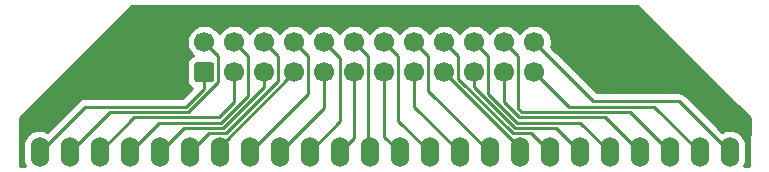
<source format=gtl>
G04 #@! TF.GenerationSoftware,KiCad,Pcbnew,(5.1.10)-1*
G04 #@! TF.CreationDate,2021-10-24T19:08:20-07:00*
G04 #@! TF.ProjectId,Atari130MX-adapter,41746172-6931-4333-904d-582d61646170,rev?*
G04 #@! TF.SameCoordinates,Original*
G04 #@! TF.FileFunction,Copper,L1,Top*
G04 #@! TF.FilePolarity,Positive*
%FSLAX46Y46*%
G04 Gerber Fmt 4.6, Leading zero omitted, Abs format (unit mm)*
G04 Created by KiCad (PCBNEW (5.1.10)-1) date 2021-10-24 19:08:20*
%MOMM*%
%LPD*%
G01*
G04 APERTURE LIST*
G04 #@! TA.AperFunction,ComponentPad*
%ADD10O,1.524000X2.540000*%
G04 #@! TD*
G04 #@! TA.AperFunction,ComponentPad*
%ADD11C,1.700000*%
G04 #@! TD*
G04 #@! TA.AperFunction,ViaPad*
%ADD12C,0.800000*%
G04 #@! TD*
G04 #@! TA.AperFunction,Conductor*
%ADD13C,0.250000*%
G04 #@! TD*
G04 #@! TA.AperFunction,Conductor*
%ADD14C,0.254000*%
G04 #@! TD*
G04 #@! TA.AperFunction,Conductor*
%ADD15C,0.100000*%
G04 #@! TD*
G04 APERTURE END LIST*
D10*
X160820000Y-28040000D03*
X158280000Y-28040000D03*
X155740000Y-28040000D03*
X153200000Y-28040000D03*
X150660000Y-28040000D03*
X148120000Y-28040000D03*
X145580000Y-28040000D03*
X143040000Y-28040000D03*
X140500000Y-28040000D03*
X137960000Y-28040000D03*
X135420000Y-28040000D03*
X132880000Y-28040000D03*
X130340000Y-28040000D03*
X127800000Y-28040000D03*
X125260000Y-28040000D03*
X122720000Y-28040000D03*
X120180000Y-28040000D03*
X117640000Y-28040000D03*
X115100000Y-28040000D03*
X112560000Y-28040000D03*
X110020000Y-28040000D03*
X107480000Y-28040000D03*
X104940000Y-28040000D03*
X102400000Y-28040000D03*
D11*
X144270000Y-18740000D03*
X141730000Y-18740000D03*
X139190000Y-18740000D03*
X136650000Y-18740000D03*
X134110000Y-18740000D03*
X131570000Y-18740000D03*
X129030000Y-18740000D03*
X126490000Y-18740000D03*
X123950000Y-18740000D03*
X121410000Y-18740000D03*
X118870000Y-18740000D03*
X116330000Y-18740000D03*
X144270000Y-21280000D03*
X141730000Y-21280000D03*
X139190000Y-21280000D03*
X136650000Y-21280000D03*
X134110000Y-21280000D03*
X131570000Y-21280000D03*
X129030000Y-21280000D03*
X126490000Y-21280000D03*
X123950000Y-21280000D03*
X121410000Y-21280000D03*
X118870000Y-21280000D03*
G04 #@! TA.AperFunction,ComponentPad*
G36*
G01*
X116930000Y-22130000D02*
X115730000Y-22130000D01*
G75*
G02*
X115480000Y-21880000I0J250000D01*
G01*
X115480000Y-20680000D01*
G75*
G02*
X115730000Y-20430000I250000J0D01*
G01*
X116930000Y-20430000D01*
G75*
G02*
X117180000Y-20680000I0J-250000D01*
G01*
X117180000Y-21880000D01*
G75*
G02*
X116930000Y-22130000I-250000J0D01*
G01*
G37*
G04 #@! TD.AperFunction*
D12*
X109660000Y-22860000D03*
D13*
X144270000Y-18740000D02*
X149274930Y-23744930D01*
X156524930Y-23744930D02*
X160820000Y-28040000D01*
X149274930Y-23744930D02*
X156524930Y-23744930D01*
X144270000Y-21280000D02*
X147184940Y-24194940D01*
X154434940Y-24194940D02*
X158280000Y-28040000D01*
X147184940Y-24194940D02*
X154434940Y-24194940D01*
X142905001Y-24352951D02*
X143197000Y-24644950D01*
X142905001Y-19915001D02*
X142905001Y-24352951D01*
X141730000Y-18740000D02*
X142905001Y-19915001D01*
X152344950Y-24644950D02*
X155740000Y-28040000D01*
X143197000Y-24644950D02*
X152344950Y-24644950D01*
X141730000Y-21280000D02*
X141730000Y-23814360D01*
X141730000Y-23814360D02*
X143010600Y-25094960D01*
X150254960Y-25094960D02*
X153200000Y-28040000D01*
X143010600Y-25094960D02*
X150254960Y-25094960D01*
X140365001Y-19915001D02*
X140365001Y-23085771D01*
X139190000Y-18740000D02*
X140365001Y-19915001D01*
X140365001Y-23085771D02*
X142824200Y-25544970D01*
X148164970Y-25544970D02*
X150660000Y-28040000D01*
X142824200Y-25544970D02*
X148164970Y-25544970D01*
X139190000Y-21280000D02*
X139190000Y-22547180D01*
X139190000Y-22547180D02*
X142637800Y-25994980D01*
X146074980Y-25994980D02*
X148120000Y-28040000D01*
X142637800Y-25994980D02*
X146074980Y-25994980D01*
X137825001Y-19915001D02*
X137825001Y-21818591D01*
X136650000Y-18740000D02*
X137825001Y-19915001D01*
X143984990Y-26444990D02*
X145580000Y-28040000D01*
X142451400Y-26444990D02*
X143984990Y-26444990D01*
X137825001Y-21818591D02*
X142451400Y-26444990D01*
X143040000Y-27670000D02*
X143040000Y-28040000D01*
X136650000Y-21280000D02*
X143040000Y-27670000D01*
X135285001Y-22825001D02*
X140500000Y-28040000D01*
X135285001Y-19915001D02*
X135285001Y-22825001D01*
X134110000Y-18740000D02*
X135285001Y-19915001D01*
X134110000Y-24190000D02*
X137960000Y-28040000D01*
X134110000Y-21280000D02*
X134110000Y-24190000D01*
X132745001Y-25365001D02*
X135420000Y-28040000D01*
X132745001Y-19915001D02*
X132745001Y-25365001D01*
X131570000Y-18740000D02*
X132745001Y-19915001D01*
X131570000Y-26730000D02*
X132880000Y-28040000D01*
X131570000Y-21280000D02*
X131570000Y-26730000D01*
X130205001Y-27905001D02*
X130340000Y-28040000D01*
X130205001Y-19915001D02*
X130205001Y-27905001D01*
X129030000Y-18740000D02*
X130205001Y-19915001D01*
X129030000Y-26810000D02*
X127800000Y-28040000D01*
X129030000Y-21280000D02*
X129030000Y-26810000D01*
X127854999Y-25445001D02*
X125260000Y-28040000D01*
X127854999Y-20104999D02*
X127854999Y-25445001D01*
X126490000Y-18740000D02*
X127854999Y-20104999D01*
X126490000Y-24270000D02*
X122720000Y-28040000D01*
X126490000Y-21280000D02*
X126490000Y-24270000D01*
X125125001Y-23094999D02*
X120180000Y-28040000D01*
X125125001Y-19915001D02*
X125125001Y-23094999D01*
X123950000Y-18740000D02*
X125125001Y-19915001D01*
X117640000Y-27590000D02*
X117640000Y-28040000D01*
X123950000Y-21280000D02*
X117640000Y-27590000D01*
X122585001Y-19915001D02*
X122585001Y-22008589D01*
X121410000Y-18740000D02*
X122585001Y-19915001D01*
X116695010Y-26444990D02*
X115100000Y-28040000D01*
X118148600Y-26444990D02*
X116695010Y-26444990D01*
X122585001Y-22008589D02*
X118148600Y-26444990D01*
X121410000Y-21280000D02*
X121410000Y-22547180D01*
X121410000Y-22547180D02*
X117962200Y-25994980D01*
X114605020Y-25994980D02*
X112560000Y-28040000D01*
X117962200Y-25994980D02*
X114605020Y-25994980D01*
X120045001Y-19915001D02*
X120045001Y-23275769D01*
X118870000Y-18740000D02*
X120045001Y-19915001D01*
X120045001Y-23275769D02*
X117775800Y-25544970D01*
X112515030Y-25544970D02*
X110020000Y-28040000D01*
X117775800Y-25544970D02*
X112515030Y-25544970D01*
X118870000Y-21280000D02*
X118870000Y-23814360D01*
X118870000Y-23814360D02*
X117589400Y-25094960D01*
X110425040Y-25094960D02*
X107480000Y-28040000D01*
X117589400Y-25094960D02*
X110425040Y-25094960D01*
X108335050Y-24644950D02*
X104940000Y-28040000D01*
X114978240Y-24644950D02*
X108335050Y-24644950D01*
X117505010Y-22118180D02*
X114978240Y-24644950D01*
X117505010Y-19915010D02*
X117505010Y-22118180D01*
X116330000Y-18740000D02*
X117505010Y-19915010D01*
X116330000Y-21280000D02*
X116330000Y-22656780D01*
X116330000Y-22656780D02*
X114791840Y-24194940D01*
X106245060Y-24194940D02*
X102400000Y-28040000D01*
X114791840Y-24194940D02*
X106245060Y-24194940D01*
D14*
X162500001Y-25165382D02*
X162500000Y-26551533D01*
X162475058Y-26633756D01*
X162465001Y-26735865D01*
X162465000Y-29250000D01*
X162028814Y-29250000D01*
X162116904Y-29085195D01*
X162196786Y-28821860D01*
X162217000Y-28616625D01*
X162217000Y-27463375D01*
X162196786Y-27258140D01*
X162116904Y-26994805D01*
X161987183Y-26752113D01*
X161812607Y-26539392D01*
X161599886Y-26364817D01*
X161357194Y-26235096D01*
X161093859Y-26155214D01*
X160820000Y-26128241D01*
X160546140Y-26155214D01*
X160282805Y-26235096D01*
X160157092Y-26302291D01*
X157088734Y-23233933D01*
X157064931Y-23204929D01*
X156949206Y-23109956D01*
X156817177Y-23039384D01*
X156673916Y-22995927D01*
X156562263Y-22984930D01*
X156562252Y-22984930D01*
X156524930Y-22981254D01*
X156487608Y-22984930D01*
X149589732Y-22984930D01*
X145711209Y-19106408D01*
X145755000Y-18886260D01*
X145755000Y-18593740D01*
X145697932Y-18306842D01*
X145585990Y-18036589D01*
X145423475Y-17793368D01*
X145216632Y-17586525D01*
X144973411Y-17424010D01*
X144703158Y-17312068D01*
X144416260Y-17255000D01*
X144123740Y-17255000D01*
X143836842Y-17312068D01*
X143566589Y-17424010D01*
X143323368Y-17586525D01*
X143116525Y-17793368D01*
X143000000Y-17967760D01*
X142883475Y-17793368D01*
X142676632Y-17586525D01*
X142433411Y-17424010D01*
X142163158Y-17312068D01*
X141876260Y-17255000D01*
X141583740Y-17255000D01*
X141296842Y-17312068D01*
X141026589Y-17424010D01*
X140783368Y-17586525D01*
X140576525Y-17793368D01*
X140460000Y-17967760D01*
X140343475Y-17793368D01*
X140136632Y-17586525D01*
X139893411Y-17424010D01*
X139623158Y-17312068D01*
X139336260Y-17255000D01*
X139043740Y-17255000D01*
X138756842Y-17312068D01*
X138486589Y-17424010D01*
X138243368Y-17586525D01*
X138036525Y-17793368D01*
X137920000Y-17967760D01*
X137803475Y-17793368D01*
X137596632Y-17586525D01*
X137353411Y-17424010D01*
X137083158Y-17312068D01*
X136796260Y-17255000D01*
X136503740Y-17255000D01*
X136216842Y-17312068D01*
X135946589Y-17424010D01*
X135703368Y-17586525D01*
X135496525Y-17793368D01*
X135380000Y-17967760D01*
X135263475Y-17793368D01*
X135056632Y-17586525D01*
X134813411Y-17424010D01*
X134543158Y-17312068D01*
X134256260Y-17255000D01*
X133963740Y-17255000D01*
X133676842Y-17312068D01*
X133406589Y-17424010D01*
X133163368Y-17586525D01*
X132956525Y-17793368D01*
X132840000Y-17967760D01*
X132723475Y-17793368D01*
X132516632Y-17586525D01*
X132273411Y-17424010D01*
X132003158Y-17312068D01*
X131716260Y-17255000D01*
X131423740Y-17255000D01*
X131136842Y-17312068D01*
X130866589Y-17424010D01*
X130623368Y-17586525D01*
X130416525Y-17793368D01*
X130300000Y-17967760D01*
X130183475Y-17793368D01*
X129976632Y-17586525D01*
X129733411Y-17424010D01*
X129463158Y-17312068D01*
X129176260Y-17255000D01*
X128883740Y-17255000D01*
X128596842Y-17312068D01*
X128326589Y-17424010D01*
X128083368Y-17586525D01*
X127876525Y-17793368D01*
X127760000Y-17967760D01*
X127643475Y-17793368D01*
X127436632Y-17586525D01*
X127193411Y-17424010D01*
X126923158Y-17312068D01*
X126636260Y-17255000D01*
X126343740Y-17255000D01*
X126056842Y-17312068D01*
X125786589Y-17424010D01*
X125543368Y-17586525D01*
X125336525Y-17793368D01*
X125220000Y-17967760D01*
X125103475Y-17793368D01*
X124896632Y-17586525D01*
X124653411Y-17424010D01*
X124383158Y-17312068D01*
X124096260Y-17255000D01*
X123803740Y-17255000D01*
X123516842Y-17312068D01*
X123246589Y-17424010D01*
X123003368Y-17586525D01*
X122796525Y-17793368D01*
X122680000Y-17967760D01*
X122563475Y-17793368D01*
X122356632Y-17586525D01*
X122113411Y-17424010D01*
X121843158Y-17312068D01*
X121556260Y-17255000D01*
X121263740Y-17255000D01*
X120976842Y-17312068D01*
X120706589Y-17424010D01*
X120463368Y-17586525D01*
X120256525Y-17793368D01*
X120140000Y-17967760D01*
X120023475Y-17793368D01*
X119816632Y-17586525D01*
X119573411Y-17424010D01*
X119303158Y-17312068D01*
X119016260Y-17255000D01*
X118723740Y-17255000D01*
X118436842Y-17312068D01*
X118166589Y-17424010D01*
X117923368Y-17586525D01*
X117716525Y-17793368D01*
X117600000Y-17967760D01*
X117483475Y-17793368D01*
X117276632Y-17586525D01*
X117033411Y-17424010D01*
X116763158Y-17312068D01*
X116476260Y-17255000D01*
X116183740Y-17255000D01*
X115896842Y-17312068D01*
X115626589Y-17424010D01*
X115383368Y-17586525D01*
X115176525Y-17793368D01*
X115014010Y-18036589D01*
X114902068Y-18306842D01*
X114845000Y-18593740D01*
X114845000Y-18886260D01*
X114902068Y-19173158D01*
X115014010Y-19443411D01*
X115176525Y-19686632D01*
X115363608Y-19873715D01*
X115236614Y-19941595D01*
X115102038Y-20052038D01*
X114991595Y-20186614D01*
X114909528Y-20340150D01*
X114858992Y-20506746D01*
X114841928Y-20680000D01*
X114841928Y-21880000D01*
X114858992Y-22053254D01*
X114909528Y-22219850D01*
X114991595Y-22373386D01*
X115102038Y-22507962D01*
X115236614Y-22618405D01*
X115273733Y-22638246D01*
X114477039Y-23434940D01*
X106282382Y-23434940D01*
X106245059Y-23431264D01*
X106207737Y-23434940D01*
X106207727Y-23434940D01*
X106096074Y-23445937D01*
X105952813Y-23489394D01*
X105820783Y-23559966D01*
X105740599Y-23625772D01*
X105705059Y-23654939D01*
X105681261Y-23683937D01*
X103062908Y-26302291D01*
X102937194Y-26235096D01*
X102673859Y-26155214D01*
X102400000Y-26128241D01*
X102126140Y-26155214D01*
X101862805Y-26235096D01*
X101620113Y-26364817D01*
X101407392Y-26539393D01*
X101232817Y-26752114D01*
X101103096Y-26994806D01*
X101023214Y-27258141D01*
X101003000Y-27463376D01*
X101003000Y-28616625D01*
X101023214Y-28821860D01*
X101103096Y-29085195D01*
X101191186Y-29250000D01*
X100755000Y-29250000D01*
X100755000Y-26735865D01*
X100744943Y-26633756D01*
X100720000Y-26551530D01*
X100720000Y-25165380D01*
X110239381Y-15646000D01*
X152980620Y-15646000D01*
X162500001Y-25165382D01*
G04 #@! TA.AperFunction,Conductor*
D15*
G36*
X162500001Y-25165382D02*
G01*
X162500000Y-26551533D01*
X162475058Y-26633756D01*
X162465001Y-26735865D01*
X162465000Y-29250000D01*
X162028814Y-29250000D01*
X162116904Y-29085195D01*
X162196786Y-28821860D01*
X162217000Y-28616625D01*
X162217000Y-27463375D01*
X162196786Y-27258140D01*
X162116904Y-26994805D01*
X161987183Y-26752113D01*
X161812607Y-26539392D01*
X161599886Y-26364817D01*
X161357194Y-26235096D01*
X161093859Y-26155214D01*
X160820000Y-26128241D01*
X160546140Y-26155214D01*
X160282805Y-26235096D01*
X160157092Y-26302291D01*
X157088734Y-23233933D01*
X157064931Y-23204929D01*
X156949206Y-23109956D01*
X156817177Y-23039384D01*
X156673916Y-22995927D01*
X156562263Y-22984930D01*
X156562252Y-22984930D01*
X156524930Y-22981254D01*
X156487608Y-22984930D01*
X149589732Y-22984930D01*
X145711209Y-19106408D01*
X145755000Y-18886260D01*
X145755000Y-18593740D01*
X145697932Y-18306842D01*
X145585990Y-18036589D01*
X145423475Y-17793368D01*
X145216632Y-17586525D01*
X144973411Y-17424010D01*
X144703158Y-17312068D01*
X144416260Y-17255000D01*
X144123740Y-17255000D01*
X143836842Y-17312068D01*
X143566589Y-17424010D01*
X143323368Y-17586525D01*
X143116525Y-17793368D01*
X143000000Y-17967760D01*
X142883475Y-17793368D01*
X142676632Y-17586525D01*
X142433411Y-17424010D01*
X142163158Y-17312068D01*
X141876260Y-17255000D01*
X141583740Y-17255000D01*
X141296842Y-17312068D01*
X141026589Y-17424010D01*
X140783368Y-17586525D01*
X140576525Y-17793368D01*
X140460000Y-17967760D01*
X140343475Y-17793368D01*
X140136632Y-17586525D01*
X139893411Y-17424010D01*
X139623158Y-17312068D01*
X139336260Y-17255000D01*
X139043740Y-17255000D01*
X138756842Y-17312068D01*
X138486589Y-17424010D01*
X138243368Y-17586525D01*
X138036525Y-17793368D01*
X137920000Y-17967760D01*
X137803475Y-17793368D01*
X137596632Y-17586525D01*
X137353411Y-17424010D01*
X137083158Y-17312068D01*
X136796260Y-17255000D01*
X136503740Y-17255000D01*
X136216842Y-17312068D01*
X135946589Y-17424010D01*
X135703368Y-17586525D01*
X135496525Y-17793368D01*
X135380000Y-17967760D01*
X135263475Y-17793368D01*
X135056632Y-17586525D01*
X134813411Y-17424010D01*
X134543158Y-17312068D01*
X134256260Y-17255000D01*
X133963740Y-17255000D01*
X133676842Y-17312068D01*
X133406589Y-17424010D01*
X133163368Y-17586525D01*
X132956525Y-17793368D01*
X132840000Y-17967760D01*
X132723475Y-17793368D01*
X132516632Y-17586525D01*
X132273411Y-17424010D01*
X132003158Y-17312068D01*
X131716260Y-17255000D01*
X131423740Y-17255000D01*
X131136842Y-17312068D01*
X130866589Y-17424010D01*
X130623368Y-17586525D01*
X130416525Y-17793368D01*
X130300000Y-17967760D01*
X130183475Y-17793368D01*
X129976632Y-17586525D01*
X129733411Y-17424010D01*
X129463158Y-17312068D01*
X129176260Y-17255000D01*
X128883740Y-17255000D01*
X128596842Y-17312068D01*
X128326589Y-17424010D01*
X128083368Y-17586525D01*
X127876525Y-17793368D01*
X127760000Y-17967760D01*
X127643475Y-17793368D01*
X127436632Y-17586525D01*
X127193411Y-17424010D01*
X126923158Y-17312068D01*
X126636260Y-17255000D01*
X126343740Y-17255000D01*
X126056842Y-17312068D01*
X125786589Y-17424010D01*
X125543368Y-17586525D01*
X125336525Y-17793368D01*
X125220000Y-17967760D01*
X125103475Y-17793368D01*
X124896632Y-17586525D01*
X124653411Y-17424010D01*
X124383158Y-17312068D01*
X124096260Y-17255000D01*
X123803740Y-17255000D01*
X123516842Y-17312068D01*
X123246589Y-17424010D01*
X123003368Y-17586525D01*
X122796525Y-17793368D01*
X122680000Y-17967760D01*
X122563475Y-17793368D01*
X122356632Y-17586525D01*
X122113411Y-17424010D01*
X121843158Y-17312068D01*
X121556260Y-17255000D01*
X121263740Y-17255000D01*
X120976842Y-17312068D01*
X120706589Y-17424010D01*
X120463368Y-17586525D01*
X120256525Y-17793368D01*
X120140000Y-17967760D01*
X120023475Y-17793368D01*
X119816632Y-17586525D01*
X119573411Y-17424010D01*
X119303158Y-17312068D01*
X119016260Y-17255000D01*
X118723740Y-17255000D01*
X118436842Y-17312068D01*
X118166589Y-17424010D01*
X117923368Y-17586525D01*
X117716525Y-17793368D01*
X117600000Y-17967760D01*
X117483475Y-17793368D01*
X117276632Y-17586525D01*
X117033411Y-17424010D01*
X116763158Y-17312068D01*
X116476260Y-17255000D01*
X116183740Y-17255000D01*
X115896842Y-17312068D01*
X115626589Y-17424010D01*
X115383368Y-17586525D01*
X115176525Y-17793368D01*
X115014010Y-18036589D01*
X114902068Y-18306842D01*
X114845000Y-18593740D01*
X114845000Y-18886260D01*
X114902068Y-19173158D01*
X115014010Y-19443411D01*
X115176525Y-19686632D01*
X115363608Y-19873715D01*
X115236614Y-19941595D01*
X115102038Y-20052038D01*
X114991595Y-20186614D01*
X114909528Y-20340150D01*
X114858992Y-20506746D01*
X114841928Y-20680000D01*
X114841928Y-21880000D01*
X114858992Y-22053254D01*
X114909528Y-22219850D01*
X114991595Y-22373386D01*
X115102038Y-22507962D01*
X115236614Y-22618405D01*
X115273733Y-22638246D01*
X114477039Y-23434940D01*
X106282382Y-23434940D01*
X106245059Y-23431264D01*
X106207737Y-23434940D01*
X106207727Y-23434940D01*
X106096074Y-23445937D01*
X105952813Y-23489394D01*
X105820783Y-23559966D01*
X105740599Y-23625772D01*
X105705059Y-23654939D01*
X105681261Y-23683937D01*
X103062908Y-26302291D01*
X102937194Y-26235096D01*
X102673859Y-26155214D01*
X102400000Y-26128241D01*
X102126140Y-26155214D01*
X101862805Y-26235096D01*
X101620113Y-26364817D01*
X101407392Y-26539393D01*
X101232817Y-26752114D01*
X101103096Y-26994806D01*
X101023214Y-27258141D01*
X101003000Y-27463376D01*
X101003000Y-28616625D01*
X101023214Y-28821860D01*
X101103096Y-29085195D01*
X101191186Y-29250000D01*
X100755000Y-29250000D01*
X100755000Y-26735865D01*
X100744943Y-26633756D01*
X100720000Y-26551530D01*
X100720000Y-25165380D01*
X110239381Y-15646000D01*
X152980620Y-15646000D01*
X162500001Y-25165382D01*
G37*
G04 #@! TD.AperFunction*
D14*
X107607000Y-27913000D02*
X107627000Y-27913000D01*
X107627000Y-28167000D01*
X107607000Y-28167000D01*
X107607000Y-28187000D01*
X107353000Y-28187000D01*
X107353000Y-28167000D01*
X107333000Y-28167000D01*
X107333000Y-27913000D01*
X107353000Y-27913000D01*
X107353000Y-27893000D01*
X107607000Y-27893000D01*
X107607000Y-27913000D01*
G04 #@! TA.AperFunction,Conductor*
D15*
G36*
X107607000Y-27913000D02*
G01*
X107627000Y-27913000D01*
X107627000Y-28167000D01*
X107607000Y-28167000D01*
X107607000Y-28187000D01*
X107353000Y-28187000D01*
X107353000Y-28167000D01*
X107333000Y-28167000D01*
X107333000Y-27913000D01*
X107353000Y-27913000D01*
X107353000Y-27893000D01*
X107607000Y-27893000D01*
X107607000Y-27913000D01*
G37*
G04 #@! TD.AperFunction*
D14*
X119063748Y-21265858D02*
X119049605Y-21280000D01*
X119063748Y-21294143D01*
X118884143Y-21473748D01*
X118870000Y-21459605D01*
X118855858Y-21473748D01*
X118676253Y-21294143D01*
X118690395Y-21280000D01*
X118676253Y-21265858D01*
X118855858Y-21086253D01*
X118870000Y-21100395D01*
X118884143Y-21086253D01*
X119063748Y-21265858D01*
G04 #@! TA.AperFunction,Conductor*
D15*
G36*
X119063748Y-21265858D02*
G01*
X119049605Y-21280000D01*
X119063748Y-21294143D01*
X118884143Y-21473748D01*
X118870000Y-21459605D01*
X118855858Y-21473748D01*
X118676253Y-21294143D01*
X118690395Y-21280000D01*
X118676253Y-21265858D01*
X118855858Y-21086253D01*
X118870000Y-21100395D01*
X118884143Y-21086253D01*
X119063748Y-21265858D01*
G37*
G04 #@! TD.AperFunction*
M02*

</source>
